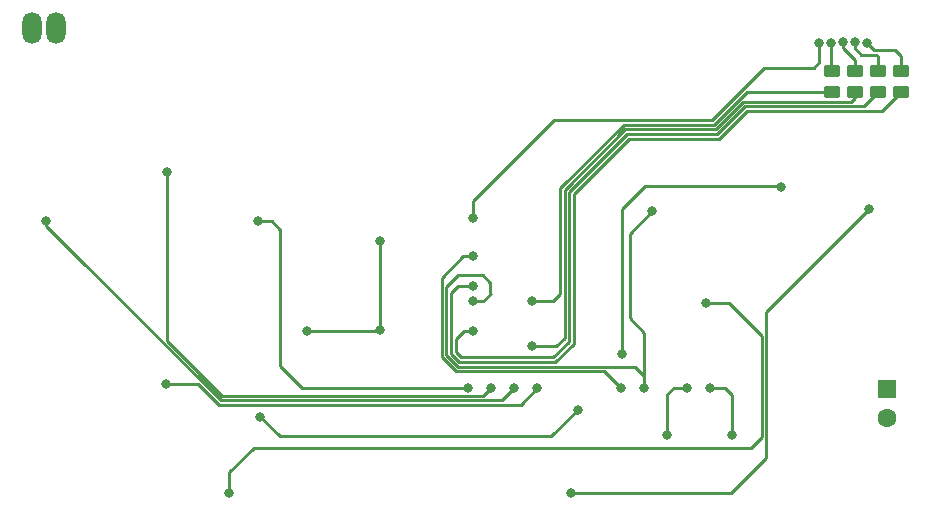
<source format=gbr>
%TF.GenerationSoftware,KiCad,Pcbnew,7.0.8*%
%TF.CreationDate,2023-12-31T22:49:09+00:00*%
%TF.ProjectId,pce-gt-controller,7063652d-6774-42d6-936f-6e74726f6c6c,BF1.1*%
%TF.SameCoordinates,Original*%
%TF.FileFunction,Copper,L2,Bot*%
%TF.FilePolarity,Positive*%
%FSLAX46Y46*%
G04 Gerber Fmt 4.6, Leading zero omitted, Abs format (unit mm)*
G04 Created by KiCad (PCBNEW 7.0.8) date 2023-12-31 22:49:09*
%MOMM*%
%LPD*%
G01*
G04 APERTURE LIST*
G04 Aperture macros list*
%AMRoundRect*
0 Rectangle with rounded corners*
0 $1 Rounding radius*
0 $2 $3 $4 $5 $6 $7 $8 $9 X,Y pos of 4 corners*
0 Add a 4 corners polygon primitive as box body*
4,1,4,$2,$3,$4,$5,$6,$7,$8,$9,$2,$3,0*
0 Add four circle primitives for the rounded corners*
1,1,$1+$1,$2,$3*
1,1,$1+$1,$4,$5*
1,1,$1+$1,$6,$7*
1,1,$1+$1,$8,$9*
0 Add four rect primitives between the rounded corners*
20,1,$1+$1,$2,$3,$4,$5,0*
20,1,$1+$1,$4,$5,$6,$7,0*
20,1,$1+$1,$6,$7,$8,$9,0*
20,1,$1+$1,$8,$9,$2,$3,0*%
G04 Aperture macros list end*
%TA.AperFunction,ComponentPad*%
%ADD10O,1.642500X2.715000*%
%TD*%
%TA.AperFunction,ComponentPad*%
%ADD11R,1.600000X1.600000*%
%TD*%
%TA.AperFunction,ComponentPad*%
%ADD12C,1.600000*%
%TD*%
%TA.AperFunction,SMDPad,CuDef*%
%ADD13RoundRect,0.250000X-0.450000X0.262500X-0.450000X-0.262500X0.450000X-0.262500X0.450000X0.262500X0*%
%TD*%
%TA.AperFunction,ViaPad*%
%ADD14C,0.800000*%
%TD*%
%TA.AperFunction,Conductor*%
%ADD15C,0.250000*%
%TD*%
G04 APERTURE END LIST*
D10*
%TO.P,CN801,1,Pin_1*%
%TO.N,AUDIO_R*%
X88136295Y-35824334D03*
%TO.P,CN801,2,Pin_2*%
%TO.N,AUDIO_L*%
X90217545Y-35824334D03*
%TD*%
D11*
%TO.P,CC800,1*%
%TO.N,+5V*%
X160570000Y-66380000D03*
D12*
%TO.P,CC800,2*%
%TO.N,GND*%
X160570000Y-68880000D03*
%TD*%
D13*
%TO.P,R714,1*%
%TO.N,D0*%
X161690000Y-39445000D03*
%TO.P,R714,2*%
%TO.N,Net-(U1-Za)*%
X161690000Y-41270000D03*
%TD*%
%TO.P,R716,1*%
%TO.N,D2*%
X157820000Y-39445000D03*
%TO.P,R716,2*%
%TO.N,Net-(U1-Zc)*%
X157820000Y-41270000D03*
%TD*%
%TO.P,R715,1*%
%TO.N,D1*%
X159750000Y-39445000D03*
%TO.P,R715,2*%
%TO.N,Net-(U1-Zb)*%
X159750000Y-41270000D03*
%TD*%
%TO.P,R717,1*%
%TO.N,D3*%
X155870000Y-39445000D03*
%TO.P,R717,2*%
%TO.N,Net-(U1-Zd)*%
X155870000Y-41270000D03*
%TD*%
D14*
%TO.N,+5V*%
X107450000Y-68730000D03*
X134380000Y-68132500D03*
X117580000Y-53890000D03*
X111420000Y-61490000D03*
X117580000Y-61420000D03*
%TO.N,D0*%
X158810000Y-37060000D03*
%TO.N,D1*%
X157810000Y-37050000D03*
%TO.N,D2*%
X156810000Y-37050000D03*
%TO.N,D3*%
X155810000Y-37060000D03*
%TO.N,SEL*%
X154810000Y-37060000D03*
X125500000Y-51940000D03*
%TO.N,I*%
X151597545Y-49280000D03*
X138040000Y-66295000D03*
X138080000Y-63450000D03*
X125510000Y-55160000D03*
%TO.N,II*%
X140627545Y-51360000D03*
X140000000Y-66295000D03*
X125510000Y-58970000D03*
%TO.N,SELECT*%
X141950000Y-70310000D03*
X143590000Y-66295000D03*
%TO.N,RUN*%
X145550000Y-66295000D03*
X147390000Y-70260000D03*
%TO.N,UP*%
X99600000Y-47980600D03*
X127020000Y-66307500D03*
%TO.N,RIGHT*%
X107315000Y-52190000D03*
X125060000Y-66307500D03*
%TO.N,DOWN*%
X99517200Y-65938400D03*
X130940000Y-66307500D03*
%TO.N,LEFT*%
X128980000Y-66307500D03*
X89357200Y-52180000D03*
%TO.N,Net-(U1-Za)*%
X125510000Y-57700000D03*
%TO.N,Net-(U1-Zb)*%
X125510000Y-61510000D03*
%TO.N,Net-(U1-Zc)*%
X130460000Y-62780000D03*
%TO.N,Net-(U1-Zd)*%
X130460000Y-58970000D03*
%TO.N,Net-(SW801-Pad2)*%
X133807200Y-75210000D03*
X159000000Y-51190000D03*
%TO.N,Net-(SW802-Pad2)*%
X145197545Y-59140000D03*
X104851200Y-75158600D03*
%TD*%
D15*
%TO.N,+5V*%
X117510000Y-61490000D02*
X117580000Y-61420000D01*
X132102500Y-70410000D02*
X129750000Y-70410000D01*
X117580000Y-61420000D02*
X117580000Y-53890000D01*
X134380000Y-68132500D02*
X132102500Y-70410000D01*
X129750000Y-70410000D02*
X109130000Y-70410000D01*
X111420000Y-61490000D02*
X117510000Y-61490000D01*
X109130000Y-70410000D02*
X107450000Y-68730000D01*
%TO.N,D0*%
X158810000Y-37060000D02*
X159450000Y-37700000D01*
X159450000Y-37700000D02*
X161190000Y-37700000D01*
X161690000Y-38200000D02*
X161690000Y-39445000D01*
X161190000Y-37700000D02*
X161690000Y-38200000D01*
%TO.N,D1*%
X158350000Y-38090000D02*
X157810000Y-37550000D01*
X159750000Y-38230000D02*
X159610000Y-38090000D01*
X159610000Y-38090000D02*
X158350000Y-38090000D01*
X159750000Y-39445000D02*
X159750000Y-38230000D01*
X157810000Y-37550000D02*
X157810000Y-37050000D01*
%TO.N,D2*%
X157820000Y-38510000D02*
X157820000Y-39445000D01*
X156810000Y-37050000D02*
X156810000Y-37500000D01*
X156810000Y-37500000D02*
X157820000Y-38510000D01*
%TO.N,D3*%
X155810000Y-39385000D02*
X155870000Y-39445000D01*
X155810000Y-37060000D02*
X155810000Y-39385000D01*
%TO.N,SEL*%
X125490000Y-50470000D02*
X132310000Y-43650000D01*
X154810000Y-38750000D02*
X154810000Y-37060000D01*
X125500000Y-51940000D02*
X125490000Y-50470000D01*
X150150000Y-39230000D02*
X154330000Y-39230000D01*
X154330000Y-39230000D02*
X154810000Y-38750000D01*
X145730000Y-43650000D02*
X150150000Y-39230000D01*
X132310000Y-43650000D02*
X145730000Y-43650000D01*
%TO.N,I*%
X122840000Y-56980000D02*
X124660000Y-55160000D01*
X140030000Y-49230000D02*
X151547545Y-49230000D01*
X124660000Y-55160000D02*
X125510000Y-55160000D01*
X124010000Y-64870000D02*
X122840000Y-63700000D01*
X138080000Y-63450000D02*
X138080000Y-51180000D01*
X151547545Y-49230000D02*
X151597545Y-49280000D01*
X136615000Y-64870000D02*
X124010000Y-64870000D01*
X122840000Y-63700000D02*
X122840000Y-56980000D01*
X138080000Y-51180000D02*
X140030000Y-49230000D01*
X125500000Y-55150000D02*
X125510000Y-55160000D01*
X138040000Y-66295000D02*
X136615000Y-64870000D01*
%TO.N,II*%
X125510000Y-58970000D02*
X126370000Y-58970000D01*
X126370000Y-58970000D02*
X126980000Y-58360000D01*
X126960000Y-58340000D02*
X126960000Y-57400000D01*
X140000000Y-61670000D02*
X138750000Y-60420000D01*
X138750000Y-53237545D02*
X140627545Y-51360000D01*
X140000000Y-65290000D02*
X140000000Y-66295000D01*
X124180000Y-64490000D02*
X139200000Y-64490000D01*
X138750000Y-60420000D02*
X138750000Y-53237545D01*
X140000000Y-66295000D02*
X140000000Y-61670000D01*
X139200000Y-64490000D02*
X140000000Y-65290000D01*
X123230000Y-63540000D02*
X124180000Y-64490000D01*
X123230000Y-57730000D02*
X123230000Y-63540000D01*
X126310000Y-56750000D02*
X124210000Y-56750000D01*
X124210000Y-56750000D02*
X123230000Y-57730000D01*
X126980000Y-58360000D02*
X126960000Y-58340000D01*
X126960000Y-57400000D02*
X126310000Y-56750000D01*
%TO.N,SELECT*%
X141920000Y-70280000D02*
X141950000Y-70310000D01*
X143590000Y-66295000D02*
X142485000Y-66295000D01*
X142485000Y-66295000D02*
X141920000Y-66860000D01*
X141920000Y-66860000D02*
X141920000Y-70280000D01*
%TO.N,RUN*%
X147390000Y-66890000D02*
X146795000Y-66295000D01*
X147390000Y-70260000D02*
X147390000Y-66890000D01*
X146795000Y-66295000D02*
X145550000Y-66295000D01*
%TO.N,UP*%
X127020000Y-66307500D02*
X126367500Y-66960000D01*
X99611579Y-62308421D02*
X99611579Y-47992179D01*
X99611579Y-47992179D02*
X99600000Y-47980600D01*
X104263158Y-66960000D02*
X99611579Y-62308421D01*
X126367500Y-66960000D02*
X104263158Y-66960000D01*
%TO.N,RIGHT*%
X109180000Y-62410000D02*
X109180000Y-64450000D01*
X107315000Y-52190000D02*
X108436400Y-52190000D01*
X111040000Y-66310000D02*
X125057500Y-66310000D01*
X109180000Y-62410000D02*
X109180000Y-52933600D01*
X108436400Y-52190000D02*
X109180000Y-52933600D01*
X125057500Y-66310000D02*
X125060000Y-66307500D01*
X109180000Y-64450000D02*
X111040000Y-66310000D01*
%TO.N,DOWN*%
X104840000Y-67740000D02*
X129507500Y-67740000D01*
X102189000Y-65959000D02*
X103960000Y-67730000D01*
X102168400Y-65938400D02*
X102189000Y-65959000D01*
X129507500Y-67740000D02*
X130940000Y-66307500D01*
X99517200Y-65938400D02*
X102168400Y-65938400D01*
X104830000Y-67730000D02*
X104840000Y-67740000D01*
X103960000Y-67730000D02*
X104830000Y-67730000D01*
%TO.N,LEFT*%
X89357200Y-52587200D02*
X91150000Y-54380000D01*
X103445000Y-66675000D02*
X91150000Y-54380000D01*
X127947500Y-67340000D02*
X128980000Y-66307500D01*
X104110000Y-67340000D02*
X127947500Y-67340000D01*
X103445000Y-66675000D02*
X104110000Y-67340000D01*
X89357200Y-52180000D02*
X89357200Y-52587200D01*
%TO.N,Net-(U1-Za)*%
X148696158Y-42827000D02*
X146333158Y-45190000D01*
X138679474Y-45190000D02*
X134007000Y-49862474D01*
X160133000Y-42827000D02*
X148696158Y-42827000D01*
X124210000Y-57700000D02*
X125510000Y-57700000D01*
X134007000Y-49862474D02*
X134007000Y-62060000D01*
X134007000Y-62553000D02*
X132460000Y-64100000D01*
X123630000Y-63400000D02*
X123630000Y-58280000D01*
X123630000Y-58280000D02*
X124210000Y-57700000D01*
X124330000Y-64100000D02*
X123630000Y-63400000D01*
X146333158Y-45190000D02*
X138679474Y-45190000D01*
X134007000Y-62060000D02*
X134007000Y-62553000D01*
X161690000Y-41270000D02*
X160133000Y-42827000D01*
X132460000Y-64100000D02*
X124330000Y-64100000D01*
%TO.N,Net-(U1-Zb)*%
X138526316Y-44810000D02*
X133630000Y-49706316D01*
X158570000Y-42450000D02*
X148540000Y-42450000D01*
X146180000Y-44810000D02*
X138526316Y-44810000D01*
X159750000Y-41270000D02*
X158570000Y-42450000D01*
X132300000Y-63720000D02*
X124510000Y-63720000D01*
X133630000Y-49706316D02*
X133630000Y-62390000D01*
X148540000Y-42450000D02*
X146180000Y-44810000D01*
X133630000Y-62390000D02*
X132300000Y-63720000D01*
X124510000Y-63720000D02*
X124020000Y-63230000D01*
X124710000Y-61510000D02*
X125510000Y-61510000D01*
X124020000Y-62200000D02*
X124710000Y-61510000D01*
X124020000Y-63230000D02*
X124020000Y-62200000D01*
%TO.N,Net-(U1-Zc)*%
X157480000Y-42070000D02*
X148376316Y-42070000D01*
X148376316Y-42070000D02*
X146026316Y-44420000D01*
X157820000Y-41270000D02*
X157820000Y-41730000D01*
X138383158Y-44420000D02*
X133250000Y-49553158D01*
X133250000Y-62060000D02*
X132530000Y-62780000D01*
X157820000Y-41730000D02*
X157480000Y-42070000D01*
X132530000Y-62780000D02*
X130460000Y-62780000D01*
X146026316Y-44420000D02*
X138383158Y-44420000D01*
X133250000Y-49553158D02*
X133250000Y-62060000D01*
%TO.N,Net-(U1-Zd)*%
X138230000Y-44040000D02*
X132860000Y-49410000D01*
X148643158Y-41270000D02*
X145873158Y-44040000D01*
X145873158Y-44040000D02*
X138230000Y-44040000D01*
X132860000Y-58370000D02*
X132260000Y-58970000D01*
X132860000Y-49410000D02*
X132860000Y-58370000D01*
X155870000Y-41270000D02*
X148643158Y-41270000D01*
X132260000Y-58970000D02*
X130460000Y-58970000D01*
%TO.N,Net-(SW801-Pad2)*%
X147350000Y-75210000D02*
X150320000Y-72240000D01*
X150320000Y-59870000D02*
X159000000Y-51190000D01*
X133807200Y-75210000D02*
X147350000Y-75210000D01*
X150320000Y-72240000D02*
X150320000Y-59870000D01*
%TO.N,Net-(SW802-Pad2)*%
X149943000Y-70430000D02*
X149943000Y-61923000D01*
X104851200Y-73432800D02*
X106934000Y-71350000D01*
X147160000Y-59140000D02*
X145197545Y-59140000D01*
X149023000Y-71350000D02*
X149943000Y-70430000D01*
X149943000Y-61923000D02*
X147160000Y-59140000D01*
X104851200Y-75158600D02*
X104851200Y-73432800D01*
X106934000Y-71350000D02*
X149023000Y-71350000D01*
%TD*%
M02*

</source>
